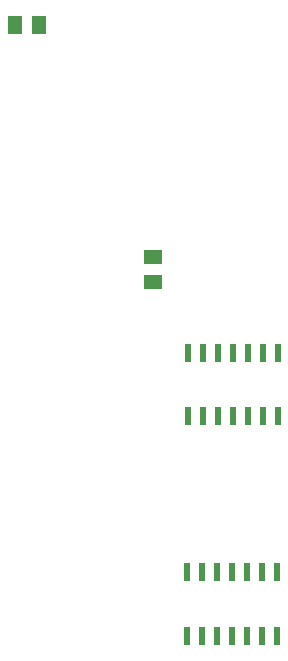
<source format=gbp>
G04*
G04 #@! TF.GenerationSoftware,Altium Limited,Altium Designer,25.8.1 (18)*
G04*
G04 Layer_Color=128*
%FSLAX44Y44*%
%MOMM*%
G71*
G04*
G04 #@! TF.SameCoordinates,31FAA1C7-D2ED-409D-A29A-1505F3418D97*
G04*
G04*
G04 #@! TF.FilePolarity,Positive*
G04*
G01*
G75*
%ADD35R,1.5500X1.3000*%
%ADD36R,0.6000X1.5500*%
%ADD37R,1.3000X1.5500*%
D35*
X130000Y851000D02*
D03*
Y830000D02*
D03*
D36*
X209600Y584000D02*
D03*
X222300D02*
D03*
X235000D02*
D03*
X222300Y530000D02*
D03*
X235000D02*
D03*
X158800Y584000D02*
D03*
X171500D02*
D03*
X184200D02*
D03*
X158800Y530000D02*
D03*
X171500D02*
D03*
X196900Y584000D02*
D03*
Y530000D02*
D03*
X184200D02*
D03*
X209600D02*
D03*
X210000Y770000D02*
D03*
X222700D02*
D03*
X235400D02*
D03*
X210000Y716000D02*
D03*
X222700D02*
D03*
X235400D02*
D03*
X159200Y770000D02*
D03*
X171900D02*
D03*
X184600D02*
D03*
X159200Y716000D02*
D03*
X171900D02*
D03*
X184600D02*
D03*
X197300Y770000D02*
D03*
Y716000D02*
D03*
D37*
X12500Y1047500D02*
D03*
X33500D02*
D03*
M02*

</source>
